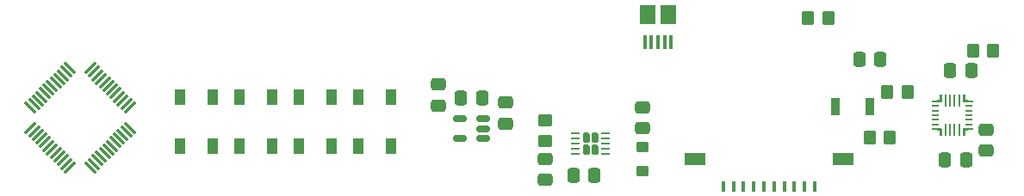
<source format=gbr>
%TF.GenerationSoftware,KiCad,Pcbnew,6.0.0-rc1-unknown-d76c6bc884~144~ubuntu21.10.1*%
%TF.CreationDate,2021-11-30T16:14:45+00:00*%
%TF.ProjectId,tad2_bottom,74616432-5f62-46f7-9474-6f6d2e6b6963,rev?*%
%TF.SameCoordinates,Original*%
%TF.FileFunction,Paste,Top*%
%TF.FilePolarity,Positive*%
%FSLAX46Y46*%
G04 Gerber Fmt 4.6, Leading zero omitted, Abs format (unit mm)*
G04 Created by KiCad (PCBNEW 6.0.0-rc1-unknown-d76c6bc884~144~ubuntu21.10.1) date 2021-11-30 16:14:45*
%MOMM*%
%LPD*%
G01*
G04 APERTURE LIST*
G04 Aperture macros list*
%AMRoundRect*
0 Rectangle with rounded corners*
0 $1 Rounding radius*
0 $2 $3 $4 $5 $6 $7 $8 $9 X,Y pos of 4 corners*
0 Add a 4 corners polygon primitive as box body*
4,1,4,$2,$3,$4,$5,$6,$7,$8,$9,$2,$3,0*
0 Add four circle primitives for the rounded corners*
1,1,$1+$1,$2,$3*
1,1,$1+$1,$4,$5*
1,1,$1+$1,$6,$7*
1,1,$1+$1,$8,$9*
0 Add four rect primitives between the rounded corners*
20,1,$1+$1,$2,$3,$4,$5,0*
20,1,$1+$1,$4,$5,$6,$7,0*
20,1,$1+$1,$6,$7,$8,$9,0*
20,1,$1+$1,$8,$9,$2,$3,0*%
%AMFreePoly0*
4,1,26,0.100004,0.512504,0.100005,0.512500,0.100005,-0.406498,0.100006,-0.406500,0.100004,-0.406502,0.100004,-0.406504,0.100003,-0.406504,-0.005996,-0.512504,-0.006000,-0.512506,-0.006002,-0.512505,-0.700000,-0.512505,-0.700004,-0.512504,-0.700005,-0.512500,-0.700005,-0.287500,-0.700004,-0.287496,-0.700000,-0.287495,-0.200005,-0.287495,-0.200005,0.012500,-0.200004,0.012504,-0.200000,0.012505,
-0.100005,0.012505,-0.100005,0.512500,-0.100004,0.512504,-0.100000,0.512505,0.100000,0.512505,0.100004,0.512504,0.100004,0.512504,$1*%
%AMFreePoly1*
4,1,21,0.100004,0.512504,0.100005,0.512500,0.100005,0.012505,0.200000,0.012505,0.200004,0.012504,0.200005,0.012500,0.200005,-0.287495,0.700000,-0.287495,0.700004,-0.287496,0.700005,-0.287500,0.700005,-0.512500,0.700004,-0.512504,0.700000,-0.512505,-0.100000,-0.512505,-0.100004,-0.512504,-0.100005,-0.512500,-0.100005,0.512500,-0.100004,0.512504,-0.100000,0.512505,0.100000,0.512505,
0.100004,0.512504,0.100004,0.512504,$1*%
%AMFreePoly2*
4,1,21,0.100004,0.512504,0.100005,0.512500,0.100005,-0.512500,0.100004,-0.512504,0.100000,-0.512505,-0.700000,-0.512505,-0.700004,-0.512504,-0.700005,-0.512500,-0.700005,-0.287500,-0.700004,-0.287496,-0.700000,-0.287495,-0.200005,-0.287495,-0.200005,0.012500,-0.200004,0.012504,-0.200000,0.012505,-0.100005,0.012505,-0.100005,0.512500,-0.100004,0.512504,-0.100000,0.512505,0.100000,0.512505,
0.100004,0.512504,0.100004,0.512504,$1*%
G04 Aperture macros list end*
%ADD10RoundRect,0.250000X0.475000X-0.337500X0.475000X0.337500X-0.475000X0.337500X-0.475000X-0.337500X0*%
%ADD11R,1.000000X1.500000*%
%ADD12R,0.400000X1.000000*%
%ADD13R,2.000000X1.300000*%
%ADD14RoundRect,0.075000X0.415425X0.521491X-0.521491X-0.415425X-0.415425X-0.521491X0.521491X0.415425X0*%
%ADD15RoundRect,0.075000X-0.415425X0.521491X-0.521491X0.415425X0.415425X-0.521491X0.521491X-0.415425X0*%
%ADD16RoundRect,0.250000X-0.350000X-0.450000X0.350000X-0.450000X0.350000X0.450000X-0.350000X0.450000X0*%
%ADD17RoundRect,0.150000X0.512500X0.150000X-0.512500X0.150000X-0.512500X-0.150000X0.512500X-0.150000X0*%
%ADD18RoundRect,0.250000X0.350000X0.450000X-0.350000X0.450000X-0.350000X-0.450000X0.350000X-0.450000X0*%
%ADD19RoundRect,0.250000X-0.475000X0.337500X-0.475000X-0.337500X0.475000X-0.337500X0.475000X0.337500X0*%
%ADD20R,0.400000X1.350000*%
%ADD21R,1.500000X1.900000*%
%ADD22R,0.900000X1.700000*%
%ADD23RoundRect,0.172500X0.172500X0.332500X-0.172500X0.332500X-0.172500X-0.332500X0.172500X-0.332500X0*%
%ADD24RoundRect,0.062500X0.350000X0.062500X-0.350000X0.062500X-0.350000X-0.062500X0.350000X-0.062500X0*%
%ADD25FreePoly0,90.000000*%
%ADD26R,0.200000X1.200000*%
%ADD27FreePoly1,270.000000*%
%ADD28R,0.800000X0.200000*%
%ADD29FreePoly2,270.000000*%
%ADD30FreePoly1,90.000000*%
%ADD31RoundRect,0.250000X0.350000X-0.275000X0.350000X0.275000X-0.350000X0.275000X-0.350000X-0.275000X0*%
%ADD32RoundRect,0.250000X-0.337500X-0.475000X0.337500X-0.475000X0.337500X0.475000X-0.337500X0.475000X0*%
%ADD33RoundRect,0.250000X0.337500X0.475000X-0.337500X0.475000X-0.337500X-0.475000X0.337500X-0.475000X0*%
%ADD34RoundRect,0.250000X0.450000X-0.350000X0.450000X0.350000X-0.450000X0.350000X-0.450000X-0.350000X0*%
G04 APERTURE END LIST*
D10*
%TO.C,C8*%
X93218000Y-107260300D03*
X93218000Y-105185300D03*
%TD*%
D11*
%TO.C,D3*%
X67107000Y-109511000D03*
X70307000Y-109511000D03*
X70307000Y-104611000D03*
X67107000Y-104611000D03*
%TD*%
D12*
%TO.C,J1*%
X123652000Y-113424800D03*
X122652000Y-113424800D03*
X121652000Y-113424800D03*
X120652000Y-113424800D03*
X119652000Y-113424800D03*
X118652000Y-113424800D03*
X117652000Y-113424800D03*
X116652000Y-113424800D03*
X115652000Y-113424800D03*
X114652000Y-113424800D03*
D13*
X126452000Y-110724800D03*
X111852000Y-110724800D03*
%TD*%
D14*
%TO.C,U1*%
X56322876Y-105681212D03*
X55969322Y-105327658D03*
X55615769Y-104974105D03*
X55262215Y-104620551D03*
X54908662Y-104266998D03*
X54555109Y-103913445D03*
X54201555Y-103559891D03*
X53848002Y-103206338D03*
X53494449Y-102852785D03*
X53140895Y-102499231D03*
X52787342Y-102145678D03*
X52433788Y-101792124D03*
D15*
X50436212Y-101792124D03*
X50082658Y-102145678D03*
X49729105Y-102499231D03*
X49375551Y-102852785D03*
X49021998Y-103206338D03*
X48668445Y-103559891D03*
X48314891Y-103913445D03*
X47961338Y-104266998D03*
X47607785Y-104620551D03*
X47254231Y-104974105D03*
X46900678Y-105327658D03*
X46547124Y-105681212D03*
D14*
X46547124Y-107678788D03*
X46900678Y-108032342D03*
X47254231Y-108385895D03*
X47607785Y-108739449D03*
X47961338Y-109093002D03*
X48314891Y-109446555D03*
X48668445Y-109800109D03*
X49021998Y-110153662D03*
X49375551Y-110507215D03*
X49729105Y-110860769D03*
X50082658Y-111214322D03*
X50436212Y-111567876D03*
D15*
X52433788Y-111567876D03*
X52787342Y-111214322D03*
X53140895Y-110860769D03*
X53494449Y-110507215D03*
X53848002Y-110153662D03*
X54201555Y-109800109D03*
X54555109Y-109446555D03*
X54908662Y-109093002D03*
X55262215Y-108739449D03*
X55615769Y-108385895D03*
X55969322Y-108032342D03*
X56322876Y-107678788D03*
%TD*%
D16*
%TO.C,R2*%
X129032000Y-108634800D03*
X131032000Y-108634800D03*
%TD*%
D17*
%TO.C,U3*%
X91053500Y-108696800D03*
X91053500Y-107746800D03*
X91053500Y-106796800D03*
X88778500Y-106796800D03*
X88778500Y-108696800D03*
%TD*%
D11*
%TO.C,D4*%
X72949000Y-109511000D03*
X76149000Y-109511000D03*
X76149000Y-104611000D03*
X72949000Y-104611000D03*
%TD*%
D18*
%TO.C,R5*%
X125000000Y-96824800D03*
X123000000Y-96824800D03*
%TD*%
D16*
%TO.C,R1*%
X139208000Y-100076000D03*
X141208000Y-100076000D03*
%TD*%
D19*
%TO.C,C5*%
X106680000Y-105642500D03*
X106680000Y-107717500D03*
%TD*%
D20*
%TO.C,J2*%
X109550000Y-99200000D03*
X108900000Y-99200000D03*
X108250000Y-99200000D03*
X107600000Y-99200000D03*
X106950000Y-99200000D03*
D21*
X107250000Y-96500000D03*
X109250000Y-96500000D03*
%TD*%
D22*
%TO.C,SW1*%
X125702000Y-105544800D03*
X129102000Y-105544800D03*
%TD*%
D11*
%TO.C,D5*%
X78791000Y-109511000D03*
X81991000Y-109511000D03*
X81991000Y-104611000D03*
X78791000Y-104611000D03*
%TD*%
D10*
%TO.C,C3*%
X140462000Y-109927300D03*
X140462000Y-107852300D03*
%TD*%
D23*
%TO.C,U2*%
X102025000Y-108595000D03*
X101175000Y-108595000D03*
X101175000Y-109845000D03*
X102025000Y-109845000D03*
D24*
X103062500Y-110220000D03*
X103062500Y-109720000D03*
X103062500Y-109220000D03*
X103062500Y-108720000D03*
X103062500Y-108220000D03*
X100137500Y-108220000D03*
X100137500Y-108720000D03*
X100137500Y-109220000D03*
X100137500Y-109720000D03*
X100137500Y-110220000D03*
%TD*%
D25*
%TO.C,BM1*%
X135629500Y-107776000D03*
D26*
X136492000Y-107876000D03*
X136942000Y-107876000D03*
X137392000Y-107876000D03*
X137842000Y-107876000D03*
D27*
X138704500Y-107776000D03*
D28*
X138817000Y-107326000D03*
X138817000Y-106876000D03*
X138817000Y-106426000D03*
X138817000Y-105976000D03*
X138817000Y-105526000D03*
D29*
X138704500Y-105076000D03*
D26*
X137842000Y-104976000D03*
X137392000Y-104976000D03*
X136942000Y-104976000D03*
X136492000Y-104976000D03*
D30*
X135629500Y-105076000D03*
D28*
X135517000Y-105526000D03*
X135517000Y-105976000D03*
X135517000Y-106426000D03*
X135517000Y-106876000D03*
X135517000Y-107326000D03*
%TD*%
D31*
%TO.C,L3*%
X106680000Y-111894000D03*
X106680000Y-109594000D03*
%TD*%
D32*
%TO.C,C1*%
X136462500Y-110794800D03*
X138537500Y-110794800D03*
%TD*%
D11*
%TO.C,D2*%
X61265000Y-109511000D03*
X64465000Y-109511000D03*
X64465000Y-104611000D03*
X61265000Y-104611000D03*
%TD*%
D10*
%TO.C,C6*%
X97155000Y-112797500D03*
X97155000Y-110722500D03*
%TD*%
%TO.C,C10*%
X86614000Y-105482300D03*
X86614000Y-103407300D03*
%TD*%
D32*
%TO.C,C4*%
X136962500Y-102000000D03*
X139037500Y-102000000D03*
%TD*%
D33*
%TO.C,C13*%
X130098800Y-100939600D03*
X128023800Y-100939600D03*
%TD*%
D32*
%TO.C,C7*%
X99927500Y-112395000D03*
X102002500Y-112395000D03*
%TD*%
D18*
%TO.C,R3*%
X132756438Y-104125122D03*
X130756438Y-104125122D03*
%TD*%
D32*
%TO.C,C9*%
X88878500Y-104698800D03*
X90953500Y-104698800D03*
%TD*%
D34*
%TO.C,R6*%
X97155000Y-108950000D03*
X97155000Y-106950000D03*
%TD*%
M02*

</source>
